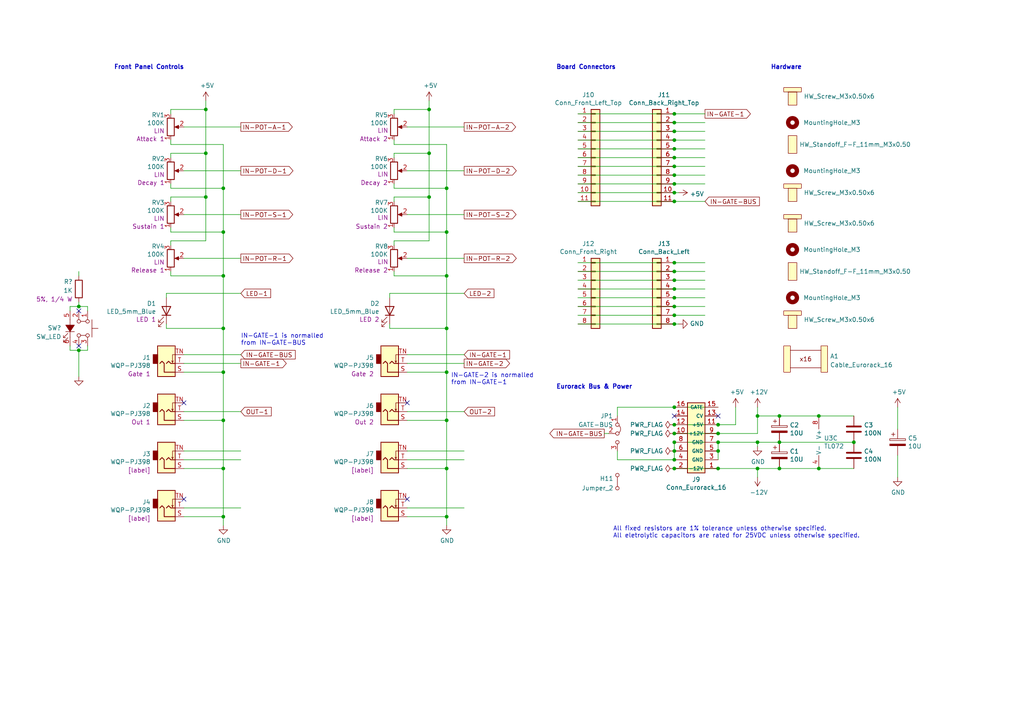
<source format=kicad_sch>
(kicad_sch (version 20211123) (generator eeschema)
  (paper "A4")
  (title_block (title "Front Panel & Power - Eurorack FX Module Prototype") (rev "1.0") (company "Len Popp") (comment 1 "Copyright © 2022 Len Popp CC BY") (comment 2 "Eurorack format prototype FX module - 8HP"))
  (lib_symbols
    (symbol "-lmp-holes:MountingHole_PCB_M3" (pin_names (offset 1.016)) (in_bom no)
      (property "Value" "MountingHole_PCB_M3" (at 0 3.175 0))
    )
    (symbol "-lmp-opamp:TL072" (pin_names (offset 0.127))
      (property "Reference" "U" (at 0 5.08 0))
      (property "Value" "TL072" (at 0 -5.08 0))
      (symbol "TL072_1_1"
        (pin output line (at 7.62 0 180) (length 2.54) (name "~") (number "1"))
        (pin input line (at -7.62 -2.54 0) (length 2.54) (name "-") (number "2"))
        (pin input line (at -7.62 2.54 0) (length 2.54) (name "+") (number "3"))
      )
      (symbol "TL072_2_1"
        (pin input line (at -7.62 2.54 0) (length 2.54) (name "+") (number "5"))
        (pin input line (at -7.62 -2.54 0) (length 2.54) (name "-") (number "6"))
        (pin output line (at 7.62 0 180) (length 2.54) (name "~") (number "7"))
      )
      (symbol "TL072_3_1"
        (pin power_in line (at -2.54 -7.62 90) (length 3.81) (name "V-") (number "4"))
        (pin power_in line (at -2.54 7.62 270) (length 3.81) (name "V+") (number "8"))
      )
    )
    (symbol "-lmp-power:+12V" (power) (pin_names (offset 0))
      (property "Value" "+12V" (at 0 3.556 0))
      (symbol "+12V_1_1"
        (pin power_in line (at 0 0 90) (length 0) hide (name "+12V") (number "1"))
      )
    )
    (symbol "-lmp-power:+5V" (power) (pin_names (offset 0))
      (property "Value" "+5V" (at 0 3.556 0))
      (symbol "+5V_1_1"
        (pin power_in line (at 0 0 90) (length 0) hide (name "+5V") (number "1"))
      )
    )
    (symbol "-lmp-power:-12V" (power) (pin_names (offset 0))
      (property "Value" "-12V" (at 0 -3.556 0))
      (symbol "-12V_1_1"
        (pin power_in line (at 0 0 270) (length 0) hide (name "-12V") (number "1"))
      )
    )
    (symbol "-lmp-power:GND" (power) (pin_names (offset 0))
      (property "Value" "GND" (at 0 -3.81 0))
      (symbol "GND_1_1"
        (pin power_in line (at 0 0 270) (length 0) hide (name "GND") (number "1"))
      )
    )
    (symbol "-lmp-power:PWR_FLAG" (power) (pin_numbers hide) (pin_names (offset 0) hide)
      (property "Value" "PWR_FLAG" (at 0 3.81 0))
      (symbol "PWR_FLAG_0_0"
        (pin power_out line (at 0 0 90) (length 0) (name "pwr") (number "1"))
      )
    )
    (symbol "-lmp-synth:CP_10U" (pin_numbers hide) (pin_names (offset 0.254))
      (property "Reference" "C" (at 0.635 2.54 0))
      (property "Value" "CP_10U" (at 0.635 -2.54 0))
      (symbol "CP_10U_1_1"
        (pin passive line (at 0 3.81 270) (length 2.794) (name "~") (number "1"))
        (pin passive line (at 0 -3.81 90) (length 2.794) (name "~") (number "2"))
      )
    )
    (symbol "-lmp-synth:Cable_Eurorack_16" (on_board no)
      (property "Reference" "A" (at 0 8.255 0))
      (property "Value" "Cable_Eurorack_16" (at 0 5.715 0))
      (symbol "Cable_Eurorack_16_0_0"
        (text "x16" (at 0 0 0) (effects (font (size 1.27 1.27))))
      )
    )
    (symbol "-lmp-synth:Conn_Eurorack_Pwr_16"
      (property "Reference" "J" (at 1.27 10.16 0))
      (property "Value" "Conn_Eurorack_Pwr_16" (at 1.27 -12.7 0))
      (symbol "Conn_Eurorack_Pwr_16_1_1"
        (pin power_in line (at 7.62 -10.16 180) (length 3.81) (name "-12V") (number "1"))
        (pin power_in line (at -5.08 0 0) (length 3.81) (name "~") (number "10"))
        (pin power_in line (at 7.62 2.54 180) (length 3.81) (name "+5V") (number "11"))
        (pin power_in line (at -5.08 2.54 0) (length 3.81) (name "~") (number "12"))
        (pin bidirectional line (at 7.62 5.08 180) (length 3.81) (name "CV") (number "13"))
        (pin bidirectional line (at -5.08 5.08 0) (length 3.81) (name "~") (number "14"))
        (pin bidirectional line (at 7.62 7.62 180) (length 3.81) (name "GATE") (number "15"))
        (pin bidirectional line (at -5.08 7.62 0) (length 3.81) (name "~") (number "16"))
        (pin power_in line (at -5.08 -10.16 0) (length 3.81) (name "~") (number "2"))
        (pin power_in line (at 7.62 -7.62 180) (length 3.81) (name "GND") (number "3"))
        (pin power_in line (at -5.08 -7.62 0) (length 3.81) (name "~") (number "4"))
        (pin power_in line (at 7.62 -5.08 180) (length 3.81) (name "GND") (number "5"))
        (pin power_in line (at -5.08 -5.08 0) (length 3.81) (name "~") (number "6"))
        (pin power_in line (at 7.62 -2.54 180) (length 3.81) (name "GND") (number "7"))
        (pin power_in line (at -5.08 -2.54 0) (length 3.81) (name "~") (number "8"))
        (pin power_in line (at 7.62 0 180) (length 3.81) (name "+12V") (number "9"))
      )
    )
    (symbol "-lmp-synth:HW_Screw_M3x0.50x6" (pin_names (offset 1.016)) (on_board no)
      (property "Value" "HW_Screw_M3x0.50x6" (at 0 -5.08 0))
    )
    (symbol "-lmp-synth:HW_Standoff_F-F_11mm_M3x0.50" (pin_names (offset 1.016)) (on_board no)
      (property "Value" "HW_Standoff_F-F_11mm_M3x0.50" (at 0 -3.81 0))
    )
    (symbol "-lmp-synth:Jack_WQP-PJ398"
      (property "Reference" "J" (at 0 10.033 0))
      (property "Value" "Jack_WQP-PJ398" (at 0 7.62 0))
      (property "Label" "[label]" (at 0 5.207 0))
      (symbol "Jack_WQP-PJ398_1_1"
        (pin passive line (at 5.08 2.54 180) (length 2.54) (name "~") (number "S"))
        (pin passive line (at 5.08 0 180) (length 2.54) (name "~") (number "T"))
        (pin passive line (at 5.08 -2.54 180) (length 2.54) (name "~") (number "TN"))
      )
    )
    (symbol "-lmp-synth:LED_5mm_Blue" (pin_numbers hide) (pin_names (offset 1.016) hide)
      (property "Reference" "D" (at 0 2.54 0))
      (property "Value" "LED_5mm_Blue" (at 0 -3.175 0))
      (property "Label" "[label]" (at 0 -5.08 0))
      (symbol "LED_5mm_Blue_1_1"
        (pin passive line (at -3.81 0 0) (length 2.54) (name "K") (number "1"))
        (pin passive line (at 3.81 0 180) (length 2.54) (name "A") (number "2"))
      )
    )
    (symbol "-lmp-synth:R_1K_Output" (pin_numbers hide) (pin_names (offset 0))
      (property "Reference" "R" (at -2.286 0 90))
      (property "Value" "R_1K_Output" (at 2.413 0 90))
      (property "Value2" "5%, 1/4 W" (at 4.445 0 90))
      (symbol "R_1K_Output_1_1"
        (pin passive line (at 0 3.81 270) (length 1.27) (name "~") (number "1"))
        (pin passive line (at 0 -3.81 90) (length 1.27) (name "~") (number "2"))
      )
    )
    (symbol "-lmp-synth:R_POT_Panel_PCB_Alpha" (pin_names (offset 1.016) hide)
      (property "Reference" "RV" (at -9.144 0 90))
      (property "Value" "R_POT_Panel_PCB_Alpha" (at -7.239 0 90))
      (property "Value2" "[LIN/LOG]" (at -5.207 0 90))
      (property "Label" "[label]" (at -3.175 0 90))
      (symbol "R_POT_Panel_PCB_Alpha_1_1"
        (pin passive line (at 0 3.81 270) (length 1.27) (name "1") (number "1"))
        (pin passive line (at 3.81 0 180) (length 1.27) (name "2") (number "2"))
        (pin passive line (at 0 -3.81 90) (length 1.27) (name "3") (number "3"))
      )
    )
    (symbol "-lmp-synth:SW_Push_LED_C&K_D6R" (pin_names (offset 1.016) hide)
      (property "Reference" "SW" (at 0.635 5.715 0))
      (property "Value" "SW_Push_LED_C&K_D6R" (at -0.0508 -5.9182 0))
      (symbol "SW_Push_LED_C&K_D6R_0_1"
        (pin passive line (at -5.08 2.54 0) (length 2.54) (name "1") (number "1"))
        (pin passive line (at 5.08 2.54 180) (length 2.54) (name "3") (number "3"))
        (pin passive line (at -5.08 -2.54 0) (length 2.54) (name "A") (number "5"))
        (pin passive line (at 5.08 -2.54 180) (length 2.54) (name "K") (number "6"))
      )
      (symbol "SW_Push_LED_C&K_D6R_1_1"
        (pin passive line (at -5.08 0 0) (length 2.54) (name "2") (number "2"))
        (pin passive line (at 5.08 0 180) (length 2.54) (name "4") (number "4"))
      )
    )
    (symbol "-lmp:CC_100N" (pin_numbers hide) (pin_names (offset 0.254))
      (property "Reference" "C" (at 0.635 2.54 0))
      (property "Value" "CC_100N" (at 0.635 -2.54 0))
      (symbol "CC_100N_1_1"
        (pin passive line (at 0 3.81 270) (length 2.794) (name "~") (number "1"))
        (pin passive line (at 0 -3.81 90) (length 2.794) (name "~") (number "2"))
      )
    )
    (symbol "-lmp:Jumper_2" (pin_names (offset 0) hide) (on_board no)
      (property "Reference" "H" (at 0 2.54 0))
      (property "Value" "Jumper_2" (at 0 -2.286 0))
    )
    (symbol "-lmp:Jumper_Pins_3_Bridged12" (pin_names (offset 0) hide)
      (property "Reference" "JP" (at -2.54 -2.54 0))
      (property "Value" "Jumper_Pins_3_Bridged12" (at 0 2.794 0))
      (symbol "Jumper_Pins_3_Bridged12_1_1"
        (pin passive line (at -5.08 0 0) (length 2.032) (name "A") (number "1"))
        (pin input line (at 0 -2.54 90) (length 1.27) (name "C") (number "2"))
        (pin passive line (at 5.08 0 180) (length 2.032) (name "B") (number "3"))
      )
    )
    (symbol "CP_10U_1" (pin_numbers hide) (pin_names (offset 0.254))
      (property "Reference" "C" (at 0.635 2.54 0))
      (property "Value" "CP_10U_1" (at 0.635 -2.54 0))
      (symbol "CP_10U_1_1_1"
        (pin passive line (at 0 3.81 270) (length 2.794) (name "~") (number "1"))
        (pin passive line (at 0 -3.81 90) (length 2.794) (name "~") (number "2"))
      )
    )
    (symbol "CP_10U_2" (pin_numbers hide) (pin_names (offset 0.254))
      (property "Reference" "C" (at 0.635 2.54 0))
      (property "Value" "CP_10U_2" (at 0.635 -2.54 0))
      (symbol "CP_10U_2_1_1"
        (pin passive line (at 0 3.81 270) (length 2.794) (name "~") (number "1"))
        (pin passive line (at 0 -3.81 90) (length 2.794) (name "~") (number "2"))
      )
    )
    (symbol "Connector_Generic:Conn_01x08" (pin_names (offset 1.016) hide)
      (property "Reference" "J" (at 0 10.16 0))
      (property "Value" "Conn_01x08" (at 0 -12.7 0))
      (symbol "Conn_01x08_1_1"
        (pin passive line (at -5.08 7.62 0) (length 3.81) (name "Pin_1") (number "1"))
        (pin passive line (at -5.08 5.08 0) (length 3.81) (name "Pin_2") (number "2"))
        (pin passive line (at -5.08 2.54 0) (length 3.81) (name "Pin_3") (number "3"))
        (pin passive line (at -5.08 0 0) (length 3.81) (name "Pin_4") (number "4"))
        (pin passive line (at -5.08 -2.54 0) (length 3.81) (name "Pin_5") (number "5"))
        (pin passive line (at -5.08 -5.08 0) (length 3.81) (name "Pin_6") (number "6"))
        (pin passive line (at -5.08 -7.62 0) (length 3.81) (name "Pin_7") (number "7"))
        (pin passive line (at -5.08 -10.16 0) (length 3.81) (name "Pin_8") (number "8"))
      )
    )
    (symbol "Connector_Generic:Conn_01x11" (pin_names (offset 1.016) hide)
      (property "Reference" "J" (at 0 15.24 0))
      (property "Value" "Conn_01x11" (at 0 -15.24 0))
      (symbol "Conn_01x11_1_1"
        (pin passive line (at -5.08 12.7 0) (length 3.81) (name "Pin_1") (number "1"))
        (pin passive line (at -5.08 -10.16 0) (length 3.81) (name "Pin_10") (number "10"))
        (pin passive line (at -5.08 -12.7 0) (length 3.81) (name "Pin_11") (number "11"))
        (pin passive line (at -5.08 10.16 0) (length 3.81) (name "Pin_2") (number "2"))
        (pin passive line (at -5.08 7.62 0) (length 3.81) (name "Pin_3") (number "3"))
        (pin passive line (at -5.08 5.08 0) (length 3.81) (name "Pin_4") (number "4"))
        (pin passive line (at -5.08 2.54 0) (length 3.81) (name "Pin_5") (number "5"))
        (pin passive line (at -5.08 0 0) (length 3.81) (name "Pin_6") (number "6"))
        (pin passive line (at -5.08 -2.54 0) (length 3.81) (name "Pin_7") (number "7"))
        (pin passive line (at -5.08 -5.08 0) (length 3.81) (name "Pin_8") (number "8"))
        (pin passive line (at -5.08 -7.62 0) (length 3.81) (name "Pin_9") (number "9"))
      )
    )
  )
  (junction (at 195.58 50.8))
  (junction (at 195.58 33.02))
  (junction (at 124.46 57.15))
  (junction (at 195.58 76.2))
  (junction (at 64.77 121.92))
  (junction (at 22.86 101.6))
  (junction (at 226.06 120.65))
  (junction (at 124.46 44.45))
  (junction (at 59.69 57.15))
  (junction (at 64.77 80.01))
  (junction (at 129.54 107.95))
  (junction (at 195.58 53.34))
  (junction (at 195.58 55.88))
  (junction (at 195.58 130.81))
  (junction (at 208.28 130.81))
  (junction (at 208.28 125.73))
  (junction (at 64.77 135.89))
  (junction (at 129.54 54.61))
  (junction (at 237.49 135.89))
  (junction (at 208.28 128.27))
  (junction (at 64.77 107.95))
  (junction (at 59.69 31.75))
  (junction (at 195.58 58.42))
  (junction (at 195.58 86.36))
  (junction (at 195.58 128.27))
  (junction (at 59.69 44.45))
  (junction (at 226.06 135.89))
  (junction (at 195.58 35.56))
  (junction (at 195.58 135.89))
  (junction (at 129.54 80.01))
  (junction (at 219.71 128.27))
  (junction (at 237.49 120.65))
  (junction (at 64.77 67.31))
  (junction (at 64.77 95.25))
  (junction (at 195.58 43.18))
  (junction (at 22.86 88.9))
  (junction (at 208.28 135.89))
  (junction (at 195.58 125.73))
  (junction (at 195.58 133.35))
  (junction (at 247.65 128.27))
  (junction (at 195.58 40.64))
  (junction (at 129.54 135.89))
  (junction (at 195.58 88.9))
  (junction (at 195.58 83.82))
  (junction (at 129.54 95.25))
  (junction (at 219.71 120.65))
  (junction (at 219.71 135.89))
  (junction (at 195.58 81.28))
  (junction (at 129.54 121.92))
  (junction (at 195.58 123.19))
  (junction (at 64.77 54.61))
  (junction (at 226.06 128.27))
  (junction (at 129.54 149.86))
  (junction (at 124.46 31.75))
  (junction (at 195.58 91.44))
  (junction (at 195.58 45.72))
  (junction (at 208.28 123.19))
  (junction (at 129.54 67.31))
  (junction (at 195.58 118.11))
  (junction (at 195.58 78.74))
  (junction (at 195.58 93.98))
  (junction (at 195.58 38.1))
  (junction (at 195.58 48.26))
  (junction (at 64.77 149.86))
  (no_connect (at 53.34 144.78))
  (no_connect (at 53.34 116.84))
  (no_connect (at 22.86 100.33))
  (no_connect (at 118.11 116.84))
  (no_connect (at 118.11 144.78))
  (no_connect (at 208.28 120.65))
  (no_connect (at 195.58 120.65))
  (no_connect (at 22.86 90.17))
  (wire (pts (xy 118.11 119.38) (xy 134.62 119.38)))
  (wire (pts (xy 219.71 135.89) (xy 226.06 135.89)))
  (wire (pts (xy 195.58 53.34) (xy 204.47 53.34)))
  (wire (pts (xy 49.53 40.64) (xy 49.53 41.91)))
  (wire (pts (xy 226.06 135.89) (xy 237.49 135.89)))
  (wire (pts (xy 195.58 83.82) (xy 204.47 83.82)))
  (wire (pts (xy 118.11 36.83) (xy 134.62 36.83)))
  (wire (pts (xy 114.3 57.15) (xy 124.46 57.15)))
  (wire (pts (xy 49.53 57.15) (xy 49.53 58.42)))
  (wire (pts (xy 48.26 93.98) (xy 48.26 95.25)))
  (wire (pts (xy 53.34 135.89) (xy 64.77 135.89)))
  (wire (pts (xy 195.58 81.28) (xy 204.47 81.28)))
  (wire (pts (xy 22.86 88.9) (xy 20.32 88.9)))
  (wire (pts (xy 219.71 128.27) (xy 219.71 129.54)))
  (wire (pts (xy 49.53 53.34) (xy 49.53 54.61)))
  (wire (pts (xy 124.46 31.75) (xy 124.46 44.45)))
  (wire (pts (xy 219.71 128.27) (xy 208.28 128.27)))
  (wire (pts (xy 59.69 44.45) (xy 59.69 57.15)))
  (wire (pts (xy 195.58 91.44) (xy 204.47 91.44)))
  (wire (pts (xy 167.64 43.18) (xy 195.58 43.18)))
  (wire (pts (xy 195.58 38.1) (xy 204.47 38.1)))
  (wire (pts (xy 114.3 44.45) (xy 124.46 44.45)))
  (wire (pts (xy 59.69 57.15) (xy 59.69 69.85)))
  (wire (pts (xy 208.28 133.35) (xy 208.28 130.81)))
  (wire (pts (xy 64.77 121.92) (xy 64.77 135.89)))
  (wire (pts (xy 49.53 31.75) (xy 59.69 31.75)))
  (wire (pts (xy 49.53 69.85) (xy 49.53 71.12)))
  (wire (pts (xy 118.11 74.93) (xy 134.62 74.93)))
  (wire (pts (xy 64.77 80.01) (xy 64.77 95.25)))
  (wire (pts (xy 49.53 41.91) (xy 64.77 41.91)))
  (wire (pts (xy 195.58 130.81) (xy 195.58 128.27)))
  (wire (pts (xy 167.64 53.34) (xy 195.58 53.34)))
  (wire (pts (xy 113.03 95.25) (xy 129.54 95.25)))
  (wire (pts (xy 226.06 128.27) (xy 247.65 128.27)))
  (wire (pts (xy 179.07 118.11) (xy 195.58 118.11)))
  (wire (pts (xy 53.34 74.93) (xy 69.85 74.93)))
  (wire (pts (xy 49.53 80.01) (xy 64.77 80.01)))
  (wire (pts (xy 195.58 45.72) (xy 204.47 45.72)))
  (wire (pts (xy 114.3 80.01) (xy 114.3 78.74)))
  (wire (pts (xy 118.11 102.87) (xy 134.62 102.87)))
  (wire (pts (xy 167.64 83.82) (xy 195.58 83.82)))
  (wire (pts (xy 113.03 85.09) (xy 134.62 85.09)))
  (wire (pts (xy 64.77 54.61) (xy 64.77 67.31)))
  (wire (pts (xy 64.77 67.31) (xy 64.77 80.01)))
  (wire (pts (xy 118.11 135.89) (xy 129.54 135.89)))
  (wire (pts (xy 195.58 43.18) (xy 204.47 43.18)))
  (wire (pts (xy 167.64 48.26) (xy 195.58 48.26)))
  (wire (pts (xy 53.34 36.83) (xy 69.85 36.83)))
  (wire (pts (xy 219.71 120.65) (xy 226.06 120.65)))
  (wire (pts (xy 167.64 88.9) (xy 195.58 88.9)))
  (wire (pts (xy 118.11 49.53) (xy 134.62 49.53)))
  (wire (pts (xy 59.69 69.85) (xy 49.53 69.85)))
  (wire (pts (xy 167.64 50.8) (xy 195.58 50.8)))
  (wire (pts (xy 49.53 45.72) (xy 49.53 44.45)))
  (wire (pts (xy 59.69 29.21) (xy 59.69 31.75)))
  (wire (pts (xy 208.28 128.27) (xy 208.28 130.81)))
  (wire (pts (xy 114.3 31.75) (xy 124.46 31.75)))
  (wire (pts (xy 49.53 80.01) (xy 49.53 78.74)))
  (wire (pts (xy 260.35 118.11) (xy 260.35 124.46)))
  (wire (pts (xy 167.64 76.2) (xy 195.58 76.2)))
  (wire (pts (xy 129.54 95.25) (xy 129.54 107.95)))
  (wire (pts (xy 167.64 81.28) (xy 195.58 81.28)))
  (wire (pts (xy 53.34 107.95) (xy 64.77 107.95)))
  (wire (pts (xy 20.32 100.33) (xy 20.32 101.6)))
  (wire (pts (xy 114.3 58.42) (xy 114.3 57.15)))
  (wire (pts (xy 114.3 54.61) (xy 129.54 54.61)))
  (wire (pts (xy 129.54 67.31) (xy 129.54 80.01)))
  (wire (pts (xy 195.58 48.26) (xy 204.47 48.26)))
  (wire (pts (xy 195.58 135.89) (xy 208.28 135.89)))
  (wire (pts (xy 118.11 107.95) (xy 129.54 107.95)))
  (wire (pts (xy 22.86 87.63) (xy 22.86 88.9)))
  (wire (pts (xy 53.34 49.53) (xy 69.85 49.53)))
  (wire (pts (xy 114.3 45.72) (xy 114.3 44.45)))
  (wire (pts (xy 114.3 40.64) (xy 114.3 41.91)))
  (wire (pts (xy 167.64 40.64) (xy 195.58 40.64)))
  (wire (pts (xy 129.54 121.92) (xy 129.54 135.89)))
  (wire (pts (xy 53.34 62.23) (xy 69.85 62.23)))
  (wire (pts (xy 64.77 135.89) (xy 64.77 149.86)))
  (wire (pts (xy 53.34 105.41) (xy 69.85 105.41)))
  (wire (pts (xy 114.3 66.04) (xy 114.3 67.31)))
  (wire (pts (xy 195.58 35.56) (xy 204.47 35.56)))
  (wire (pts (xy 195.58 50.8) (xy 204.47 50.8)))
  (wire (pts (xy 124.46 31.75) (xy 124.46 29.21)))
  (wire (pts (xy 53.34 149.86) (xy 64.77 149.86)))
  (wire (pts (xy 179.07 118.11) (xy 179.07 120.65)))
  (wire (pts (xy 118.11 149.86) (xy 129.54 149.86)))
  (wire (pts (xy 22.86 101.6) (xy 22.86 109.22)))
  (wire (pts (xy 118.11 130.81) (xy 134.62 130.81)))
  (wire (pts (xy 20.32 101.6) (xy 22.86 101.6)))
  (wire (pts (xy 59.69 31.75) (xy 59.69 44.45)))
  (wire (pts (xy 167.64 45.72) (xy 195.58 45.72)))
  (wire (pts (xy 53.34 121.92) (xy 64.77 121.92)))
  (wire (pts (xy 167.64 35.56) (xy 195.58 35.56)))
  (wire (pts (xy 195.58 78.74) (xy 204.47 78.74)))
  (wire (pts (xy 195.58 40.64) (xy 204.47 40.64)))
  (wire (pts (xy 49.53 67.31) (xy 64.77 67.31)))
  (wire (pts (xy 25.4 88.9) (xy 22.86 88.9)))
  (wire (pts (xy 195.58 128.27) (xy 208.28 128.27)))
  (wire (pts (xy 20.32 88.9) (xy 20.32 90.17)))
  (wire (pts (xy 53.34 147.32) (xy 69.85 147.32)))
  (wire (pts (xy 175.26 125.73) (xy 176.53 125.73)))
  (wire (pts (xy 129.54 149.86) (xy 129.54 152.4)))
  (wire (pts (xy 114.3 53.34) (xy 114.3 54.61)))
  (wire (pts (xy 179.07 133.35) (xy 179.07 130.81)))
  (wire (pts (xy 53.34 119.38) (xy 69.85 119.38)))
  (wire (pts (xy 167.64 93.98) (xy 195.58 93.98)))
  (wire (pts (xy 219.71 138.43) (xy 219.71 135.89)))
  (wire (pts (xy 25.4 90.17) (xy 25.4 88.9)))
  (wire (pts (xy 195.58 76.2) (xy 204.47 76.2)))
  (wire (pts (xy 195.58 118.11) (xy 208.28 118.11)))
  (wire (pts (xy 114.3 33.02) (xy 114.3 31.75)))
  (wire (pts (xy 196.85 93.98) (xy 195.58 93.98)))
  (wire (pts (xy 118.11 133.35) (xy 134.62 133.35)))
  (wire (pts (xy 167.64 58.42) (xy 195.58 58.42)))
  (wire (pts (xy 179.07 133.35) (xy 195.58 133.35)))
  (wire (pts (xy 195.58 133.35) (xy 195.58 130.81)))
  (wire (pts (xy 167.64 33.02) (xy 195.58 33.02)))
  (wire (pts (xy 64.77 41.91) (xy 64.77 54.61)))
  (wire (pts (xy 49.53 67.31) (xy 49.53 66.04)))
  (wire (pts (xy 64.77 149.86) (xy 64.77 152.4)))
  (wire (pts (xy 129.54 41.91) (xy 129.54 54.61)))
  (wire (pts (xy 237.49 135.89) (xy 247.65 135.89)))
  (wire (pts (xy 49.53 33.02) (xy 49.53 31.75)))
  (wire (pts (xy 59.69 57.15) (xy 49.53 57.15)))
  (wire (pts (xy 226.06 120.65) (xy 237.49 120.65)))
  (wire (pts (xy 114.3 80.01) (xy 129.54 80.01)))
  (wire (pts (xy 167.64 55.88) (xy 195.58 55.88)))
  (wire (pts (xy 113.03 86.36) (xy 113.03 85.09)))
  (wire (pts (xy 167.64 38.1) (xy 195.58 38.1)))
  (wire (pts (xy 208.28 125.73) (xy 195.58 125.73)))
  (wire (pts (xy 167.64 86.36) (xy 195.58 86.36)))
  (wire (pts (xy 114.3 41.91) (xy 129.54 41.91)))
  (wire (pts (xy 49.53 44.45) (xy 59.69 44.45)))
  (wire (pts (xy 53.34 102.87) (xy 69.85 102.87)))
  (wire (pts (xy 53.34 130.81) (xy 69.85 130.81)))
  (wire (pts (xy 129.54 107.95) (xy 129.54 121.92)))
  (wire (pts (xy 195.58 55.88) (xy 196.85 55.88)))
  (wire (pts (xy 237.49 120.65) (xy 247.65 120.65)))
  (wire (pts (xy 48.26 95.25) (xy 64.77 95.25)))
  (wire (pts (xy 118.11 121.92) (xy 129.54 121.92)))
  (wire (pts (xy 124.46 44.45) (xy 124.46 57.15)))
  (wire (pts (xy 213.36 123.19) (xy 208.28 123.19)))
  (wire (pts (xy 22.86 78.74) (xy 22.86 80.01)))
  (wire (pts (xy 129.54 80.01) (xy 129.54 95.25)))
  (wire (pts (xy 195.58 88.9) (xy 204.47 88.9)))
  (wire (pts (xy 118.11 62.23) (xy 134.62 62.23)))
  (wire (pts (xy 113.03 93.98) (xy 113.03 95.25)))
  (wire (pts (xy 219.71 125.73) (xy 208.28 125.73)))
  (wire (pts (xy 204.47 86.36) (xy 195.58 86.36)))
  (wire (pts (xy 25.4 101.6) (xy 25.4 100.33)))
  (wire (pts (xy 213.36 118.11) (xy 213.36 123.19)))
  (wire (pts (xy 124.46 57.15) (xy 124.46 69.85)))
  (wire (pts (xy 22.86 101.6) (xy 25.4 101.6)))
  (wire (pts (xy 114.3 67.31) (xy 129.54 67.31)))
  (wire (pts (xy 114.3 71.12) (xy 114.3 69.85)))
  (wire (pts (xy 49.53 54.61) (xy 64.77 54.61)))
  (wire (pts (xy 260.35 132.08) (xy 260.35 138.43)))
  (wire (pts (xy 167.64 91.44) (xy 195.58 91.44)))
  (wire (pts (xy 129.54 135.89) (xy 129.54 149.86)))
  (wire (pts (xy 219.71 120.65) (xy 219.71 125.73)))
  (wire (pts (xy 195.58 123.19) (xy 208.28 123.19)))
  (wire (pts (xy 53.34 133.35) (xy 69.85 133.35)))
  (wire (pts (xy 48.26 85.09) (xy 69.85 85.09)))
  (wire (pts (xy 64.77 107.95) (xy 64.77 121.92)))
  (wire (pts (xy 118.11 147.32) (xy 134.62 147.32)))
  (wire (pts (xy 219.71 135.89) (xy 208.28 135.89)))
  (wire (pts (xy 48.26 86.36) (xy 48.26 85.09)))
  (wire (pts (xy 195.58 58.42) (xy 204.47 58.42)))
  (wire (pts (xy 129.54 54.61) (xy 129.54 67.31)))
  (wire (pts (xy 118.11 105.41) (xy 134.62 105.41)))
  (wire (pts (xy 64.77 95.25) (xy 64.77 107.95)))
  (wire (pts (xy 114.3 69.85) (xy 124.46 69.85)))
  (wire (pts (xy 219.71 120.65) (xy 219.71 118.11)))
  (wire (pts (xy 167.64 78.74) (xy 195.58 78.74)))
  (wire (pts (xy 219.71 128.27) (xy 226.06 128.27)))
  (wire (pts (xy 195.58 33.02) (xy 204.47 33.02)))
  (text "Hardware" (at 223.52 20.32 0) (effects (font (size 1.27 1.27) (thickness 0.254) bold) (justify left bottom)))
  (text "All fixed resistors are 1% tolerance unless otherwise specified.\nAll eletrolytic capacitors are rated for 25VDC unless otherwise specified." (at 177.8 156.21 0) (effects (font (size 1.27 1.27)) (justify left bottom)))
  (text "Front Panel Controls" (at 33.02 20.32 0) (effects (font (size 1.27 1.27) (thickness 0.254) bold) (justify left bottom)))
  (text "Board Connectors" (at 161.29 20.32 0) (effects (font (size 1.27 1.27) (thickness 0.254) bold) (justify left bottom)))
  (text "IN-GATE-2 is normalled \nfrom IN-GATE-1" (at 130.81 111.76 0) (effects (font (size 1.27 1.27)) (justify left bottom)))
  (text "IN-GATE-1 is normalled \nfrom IN-GATE-BUS" (at 69.85 100.33 0) (effects (font (size 1.27 1.27)) (justify left bottom)))
  (text "Eurorack Bus & Power" (at 161.29 113.03 0) (effects (font (size 1.27 1.27) (thickness 0.254) bold) (justify left bottom)))
  (global_label "IN-GATE-2" (shape output) (at 134.62 105.41 0) (property "Intersheet References" "${INTERSHEET_REFS}" (effects hide)))
  (global_label "IN-POT-A-1" (shape output) (at 69.85 36.83 0) (property "Intersheet References" "${INTERSHEET_REFS}" (effects hide)))
  (global_label "IN-POT-D-1" (shape output) (at 69.85 49.53 0) (property "Intersheet References" "${INTERSHEET_REFS}" (effects hide)))
  (global_label "IN-GATE-1" (shape output) (at 204.47 33.02 0) (property "Intersheet References" "${INTERSHEET_REFS}" (effects hide)))
  (global_label "IN-POT-S-1" (shape output) (at 69.85 62.23 0) (property "Intersheet References" "${INTERSHEET_REFS}" (effects hide)))
  (global_label "IN-POT-A-2" (shape output) (at 134.62 36.83 0) (property "Intersheet References" "${INTERSHEET_REFS}" (effects hide)))
  (global_label "IN-GATE-1" (shape output) (at 69.85 105.41 0) (property "Intersheet References" "${INTERSHEET_REFS}" (effects hide)))
  (global_label "IN-GATE-BUS" (shape input) (at 204.47 58.42 0) (property "Intersheet References" "${INTERSHEET_REFS}" (effects hide)))
  (global_label "IN-POT-R-1" (shape output) (at 69.85 74.93 0) (property "Intersheet References" "${INTERSHEET_REFS}" (effects hide)))
  (global_label "IN-POT-D-2" (shape output) (at 134.62 49.53 0) (property "Intersheet References" "${INTERSHEET_REFS}" (effects hide)))
  (global_label "IN-POT-R-2" (shape output) (at 134.62 74.93 0) (property "Intersheet References" "${INTERSHEET_REFS}" (effects hide)))
  (global_label "IN-POT-S-2" (shape output) (at 134.62 62.23 0) (property "Intersheet References" "${INTERSHEET_REFS}" (effects hide)))
  (global_label "OUT-2" (shape input) (at 134.62 119.38 0) (property "Intersheet References" "${INTERSHEET_REFS}" (effects hide)))
  (global_label "IN-GATE-BUS" (shape output) (at 175.26 125.73 180) (property "Intersheet References" "${INTERSHEET_REFS}" (effects hide)))
  (global_label "IN-GATE-BUS" (shape input) (at 69.85 102.87 0) (property "Intersheet References" "${INTERSHEET_REFS}" (effects hide)))
  (global_label "IN-GATE-1" (shape input) (at 134.62 102.87 0) (property "Intersheet References" "${INTERSHEET_REFS}" (effects hide)))
  (global_label "LED-1" (shape input) (at 69.85 85.09 0) (property "Intersheet References" "${INTERSHEET_REFS}" (effects hide)))
  (global_label "OUT-1" (shape input) (at 69.85 119.38 0) (property "Intersheet References" "${INTERSHEET_REFS}" (effects hide)))
  (global_label "LED-2" (shape input) (at 134.62 85.09 0) (property "Intersheet References" "${INTERSHEET_REFS}" (effects hide)))
  (symbol (lib_id "Connector_Generic:Conn_01x11") (at 172.72 45.72 0) (unit 1)
    (property "Reference" "J10" (at 170.6372 27.5082 0))
    (property "Value" "Conn_Front_Left_Top" (at 170.6372 29.8196 0))
    (property "Footprint" "Connector_PinSocket_2.54mm:PinSocket_1x11_P2.54mm_Vertical" (effects hide))
    (property "Datasheet" "https://cdn-shop.adafruit.com/datasheets/00548.pdf" (effects hide))
    (property "Distributor" "Adafruit" (effects hide))
    (property "Distributor2" "Mouser" (effects hide))
    (property "DistributorPartLink" "https://www.adafruit.com/product/598" (effects hide))
    (property "DistributorPartLink2" "https://www.mouser.ca/ProductDetail/Wurth-Elektronik/61303211821?qs=ZtY9WdtwX55M%2FH%2FSrHZ9xA%3D%3D" (effects hide))
    (property "DistributorPartNum" "598" (effects hide))
    (property "DistributorPartNum2" "710-61303211821" (effects hide))
  )
  (symbol (lib_id "-lmp-opamp:TL072") (at 240.03 128.27 0) (unit 3)
    (property "Reference" "U3" (at 238.9632 127.1016 0) (effects (justify left)))
    (property "Value" "TL072" (at 238.9632 129.413 0) (effects (justify left)))
    (property "Footprint" "-lmp-misc:DIP-8_W7.62mm_LongPads" (effects hide))
    (property "Datasheet" "https://www.ti.com/lit/ds/symlink/tl072b.pdf?ts=1628812694194" (effects hide))
    (property "Manufacturer" "Texas Instruments" (effects hide))
    (property "ManufacturerPartNum" "TL072BCP" (effects hide))
    (property "Distributor" "Mouser" (effects hide))
    (property "DistributorPartNum" "595-TL072BCP" (effects hide))
    (property "DistributorPartLink" "https://www.mouser.ca/ProductDetail/Texas-Instruments/TL072BCP?qs=p6YqzpSxLIxmo8AyZLsP4g%3D%3D" (effects hide))
  )
  (symbol (lib_id "Connector_Generic:Conn_01x11") (at 190.5 45.72 0) (mirror y) (unit 1)
    (property "Reference" "J11" (at 192.5828 27.5082 0))
    (property "Value" "Conn_Back_Right_Top" (at 192.5828 29.8196 0))
    (property "Footprint" "Connector_PinHeader_2.54mm:PinHeader_1x11_P2.54mm_Vertical" (effects hide))
    (property "Datasheet" "https://www.amphenol-icc.com/media/wysiwyg/files/documentation/datasheet/boardwiretoboard/bwb_econostik_254headers.pdf" (effects hide))
    (property "Distributor" "Adafruit" (effects hide))
    (property "Distributor2" "Mouser" (effects hide))
    (property "DistributorPartLink" "https://www.adafruit.com/product/392" (effects hide))
    (property "DistributorPartLink2" "https://www.mouser.ca/ProductDetail/649-1012937893601BLF" (effects hide))
    (property "DistributorPartNum" "392" (effects hide))
    (property "DistributorPartNum2" "649-1012937893601BLF" (effects hide))
  )
  (symbol (lib_id "Connector_Generic:Conn_01x08") (at 172.72 83.82 0) (unit 1)
    (property "Reference" "J12" (at 170.6372 70.6882 0))
    (property "Value" "Conn_Front_Right" (at 170.6372 72.9996 0))
    (property "Footprint" "Connector_PinSocket_2.54mm:PinSocket_1x08_P2.54mm_Vertical" (effects hide))
    (property "Datasheet" "https://cdn-shop.adafruit.com/datasheets/00548.pdf" (effects hide))
    (property "Distributor" "Adafruit" (effects hide))
    (property "Distributor2" "Mouser" (effects hide))
    (property "DistributorPartLink" "https://www.adafruit.com/product/598" (effects hide))
    (property "DistributorPartLink2" "https://www.mouser.ca/ProductDetail/Wurth-Elektronik/61303211821?qs=ZtY9WdtwX55M%2FH%2FSrHZ9xA%3D%3D" (effects hide))
    (property "DistributorPartNum" "598" (effects hide))
    (property "DistributorPartNum2" "710-61303211821" (effects hide))
  )
  (symbol (lib_id "Connector_Generic:Conn_01x08") (at 190.5 83.82 0) (mirror y) (unit 1)
    (property "Reference" "J13" (at 192.5828 70.6882 0))
    (property "Value" "Conn_Back_Left" (at 192.5828 72.9996 0))
    (property "Footprint" "Connector_PinHeader_2.54mm:PinHeader_1x08_P2.54mm_Vertical" (effects hide))
    (property "Datasheet" "https://www.amphenol-icc.com/media/wysiwyg/files/documentation/datasheet/boardwiretoboard/bwb_econostik_254headers.pdf" (effects hide))
    (property "Distributor" "Adafruit" (effects hide))
    (property "Distributor2" "Mouser" (effects hide))
    (property "DistributorPartLink" "https://www.adafruit.com/product/392" (effects hide))
    (property "DistributorPartLink2" "https://www.mouser.ca/ProductDetail/649-1012937893601BLF" (effects hide))
    (property "DistributorPartNum" "392" (effects hide))
    (property "DistributorPartNum2" "649-1012937893601BLF" (effects hide))
  )
  (symbol (lib_id "-lmp-synth:Conn_Eurorack_Pwr_16") (at 200.66 125.73 0) (unit 1)
    (property "Reference" "J9" (at 201.93 139.065 0))
    (property "Value" "Conn_Eurorack_16" (at 201.93 141.3764 0))
    (property "Footprint" "-lmp-synth:IDC-Header-Eurorack-16-TH" (effects hide))
    (property "Datasheet" "https://www.mouser.ca/datasheet/2/445/61201621621-1717735.pdf" (effects hide))
    (property "Manufacturer" "Wurth Elektronik" (effects hide))
    (property "ManufacturerPartNum" "61201621621" (effects hide))
    (property "Distributor" "Mouser" (effects hide))
    (property "DistributorPartNum" "710-61201621621" (effects hide))
    (property "DistributorPartLink" "https://www.mouser.ca/ProductDetail/Wurth-Elektronik/61201621621?qs=ZtY9WdtwX55qFf4n3EFuaA%3D%3D" (effects hide))
  )
  (symbol (lib_id "-lmp-power:PWR_FLAG") (at 195.58 125.73 90) (unit 1)
    (property "Reference" "#FLG0110" (effects hide))
    (property "Value" "PWR_FLAG" (at 192.3542 125.73 90) (effects (justify left)))
  )
  (symbol (lib_id "-lmp-power:PWR_FLAG") (at 195.58 130.81 90) (unit 1)
    (property "Reference" "#FLG0109" (effects hide))
    (property "Value" "PWR_FLAG" (at 192.3542 130.81 90) (effects (justify left)))
  )
  (symbol (lib_id "-lmp-power:PWR_FLAG") (at 195.58 135.89 90) (unit 1)
    (property "Reference" "#FLG0108" (effects hide))
    (property "Value" "PWR_FLAG" (at 192.3542 135.89 90) (effects (justify left)))
  )
  (symbol (lib_name "CP_10U_2") (lib_id "-lmp-synth:CP_10U") (at 226.06 124.46 0) (unit 1)
    (property "Reference" "C2" (at 229.0572 123.2916 0) (effects (justify left)))
    (property "Value" "10U" (at 229.0572 125.603 0) (effects (justify left)))
    (property "Footprint" "-lmp-misc:CP_Radial_D5.0mm_P2.50mm" (effects hide))
    (property "Datasheet" "https://www.mouser.ca/datasheet/2/315/ABA0000C1059-947582.pdf" (effects hide))
    (property "Manufacturer" "Panasonic" (effects hide))
    (property "ManufacturerPartNum" "ECE-A1VKS100I" (effects hide))
    (property "Distributor" "Mouser" (effects hide))
    (property "DistributorPartNum" "667-ECE-A1VKS100I" (effects hide))
    (property "DistributorPartLink" "https://www.mouser.ca/ProductDetail/667-ECE-A1VKS100I" (effects hide))
    (property "Value2" "35 VDC" (effects hide))
    (property "Note" "12 V decoupling" (effects hide))
    (property "Distributor2" "Thonk" (effects hide))
    (property "DistributorPartNum2" "Group_Eurorack_DIY_Essential" (effects hide))
    (property "DistributorPartLink2" "https://www.thonk.co.uk/shop/eurorack-diy-essentials/" (effects hide))
  )
  (symbol (lib_name "CP_10U_1") (lib_id "-lmp-synth:CP_10U") (at 226.06 132.08 0) (unit 1)
    (property "Reference" "C1" (at 229.0572 130.9116 0) (effects (justify left)))
    (property "Value" "10U" (at 229.0572 133.223 0) (effects (justify left)))
    (property "Footprint" "-lmp-misc:CP_Radial_D5.0mm_P2.50mm" (effects hide))
    (property "Datasheet" "https://www.mouser.ca/datasheet/2/315/ABA0000C1059-947582.pdf" (effects hide))
    (property "Manufacturer" "Panasonic" (effects hide))
    (property "ManufacturerPartNum" "ECE-A1VKS100I" (effects hide))
    (property "Distributor" "Mouser" (effects hide))
    (property "DistributorPartNum" "667-ECE-A1VKS100I" (effects hide))
    (property "DistributorPartLink" "https://www.mouser.ca/ProductDetail/667-ECE-A1VKS100I" (effects hide))
    (property "Value2" "35 VDC" (effects hide))
    (property "Note" "12 V decoupling" (effects hide))
    (property "Distributor2" "Thonk" (effects hide))
    (property "DistributorPartNum2" "Group_Eurorack_DIY_Essential" (effects hide))
    (property "DistributorPartLink2" "https://www.thonk.co.uk/shop/eurorack-diy-essentials/" (effects hide))
  )
  (symbol (lib_id "-lmp-power:GND") (at 219.71 129.54 0) (unit 1)
    (property "Reference" "#PWR0120" (effects hide))
    (property "Value" "GND" (at 219.837 133.9342 0))
  )
  (symbol (lib_id "-lmp-power:+12V") (at 219.71 118.11 0) (unit 1)
    (property "Reference" "#PWR0119" (effects hide))
    (property "Value" "+12V" (at 220.091 113.7158 0))
  )
  (symbol (lib_id "-lmp-power:-12V") (at 219.71 138.43 0) (unit 1)
    (property "Reference" "#PWR0121" (effects hide))
    (property "Value" "-12V" (at 220.091 142.8242 0))
  )
  (symbol (lib_id "-lmp-power:+5V") (at 260.35 118.11 0) (unit 1)
    (property "Reference" "#PWR0117" (effects hide))
    (property "Value" "+5V" (at 260.731 113.7158 0))
  )
  (symbol (lib_id "-lmp-synth:R_POT_Panel_PCB_Alpha") (at 49.53 62.23 0) (mirror x) (unit 1)
    (property "Reference" "RV3" (at 47.752 58.7502 0) (effects (justify right)))
    (property "Value" "100K" (at 47.752 61.0616 0) (effects (justify right)))
    (property "Footprint" "-lmp-synth:Potentiometer_Alpha_RD901F-40-00D_Single_Vertical" (effects hide))
    (property "Datasheet" "https://www.mouser.ca/datasheet/2/13/alpha_taiwan_08192019_RD901F-40-15R1-B(resistance_-1627810.pdf" (effects hide))
    (property "Value2" "LIN" (at 47.752 63.373 0) (effects (justify right)))
    (property "Label" "Sustain 1" (at 47.752 65.6844 0) (effects (justify right)))
    (property "Manufacturer" "Alpha" (effects hide))
    (property "ManufacturerPartNum" "RD901F-*" (effects hide))
    (property "Distributor" "Thonk" (effects hide))
    (property "DistributorPartNum" "Group_Pot_Alpha_6.35mm" (effects hide))
    (property "DistributorPartLink" "https://www.thonk.co.uk/shop/alpha-9mm-pots/" (effects hide))
    (property "Distributor2" "Mouser" (effects hide))
    (property "Distributor3" "SynthCube" (effects hide))
    (property "DistributorPartLink2" "https://www.mouser.ca/c/passive-components/potentiometers-trimmers-rheostats/potentiometers/?q=RD901F&orientation=Vertical" (effects hide))
    (property "DistributorPartLink3" "https://synthcube.com/cart/alpha-9mm-potentiometer-right-angle-pcb-mount-6-35mm-round-shaft" (effects hide))
    (property "DistributorPartNum2" "311-1940F-*" (effects hide))
    (property "DistributorPartNum3" "9MMALPHAPOTMSTR" (effects hide))
  )
  (symbol (lib_id "-lmp-synth:Jack_WQP-PJ398") (at 48.26 105.41 0) (mirror x) (unit 1)
    (property "Reference" "J1" (at 43.688 103.7082 0) (effects (justify right)))
    (property "Value" "WQP-PJ398" (at 43.688 106.0196 0) (effects (justify right)))
    (property "Footprint" "-lmp-synth:Jack_3.5mm_QingPu_WQP-PJ398SM_Vertical" (effects hide))
    (property "Datasheet" "http://www.qingpu-electronics.com/en/products/WQP-PJ398SM-362.html" (effects hide))
    (property "Label" "Gate 1" (at 43.688 108.458 0) (effects (justify right)))
    (property "Manufacturer" "QingPu / Thonk" (effects hide))
    (property "ManufacturerPartNum" "PJ398SM / WQP518MA" (effects hide))
    (property "Distributor" "Thonk" (effects hide))
    (property "DistributorPartNum" "PJ398SM" (effects hide))
    (property "DistributorPartLink" "https://www.thonk.co.uk/shop/thonkiconn/" (effects hide))
    (property "Distributor2" "SynthCube" (effects hide))
    (property "Distributor3" "Adafruit" (effects hide))
    (property "DistributorPartLink2" "https://synthcube.com/cart/3-5mm-euro-jacks" (effects hide))
    (property "DistributorPartLink3" "https://www.adafruit.com/product/4031" (effects hide))
    (property "DistributorPartNum2" "WQP518MA" (effects hide))
    (property "DistributorPartNum3" "4031" (effects hide))
  )
  (symbol (lib_id "-lmp-synth:R_POT_Panel_PCB_Alpha") (at 49.53 36.83 0) (mirror x) (unit 1)
    (property "Reference" "RV1" (at 47.752 33.3502 0) (effects (justify right)))
    (property "Value" "100K" (at 47.752 35.6616 0) (effects (justify right)))
    (property "Footprint" "-lmp-synth:Potentiometer_Alpha_RD901F-40-00D_Single_Vertical" (effects hide))
    (property "Datasheet" "https://www.mouser.ca/datasheet/2/13/alpha_taiwan_08192019_RD901F-40-15R1-B(resistance_-1627810.pdf" (effects hide))
    (property "Value2" "LIN" (at 47.752 37.973 0) (effects (justify right)))
    (property "Label" "Attack 1" (at 47.752 40.2844 0) (effects (justify right)))
    (property "Manufacturer" "Alpha" (effects hide))
    (property "ManufacturerPartNum" "RD901F-*" (effects hide))
    (property "Distributor" "Thonk" (effects hide))
    (property "DistributorPartNum" "Group_Pot_Alpha_6.35mm" (effects hide))
    (property "DistributorPartLink" "https://www.thonk.co.uk/shop/alpha-9mm-pots/" (effects hide))
    (property "Distributor2" "Mouser" (effects hide))
    (property "Distributor3" "SynthCube" (effects hide))
    (property "DistributorPartLink2" "https://www.mouser.ca/c/passive-components/potentiometers-trimmers-rheostats/potentiometers/?q=RD901F&orientation=Vertical" (effects hide))
    (property "DistributorPartLink3" "https://synthcube.com/cart/alpha-9mm-potentiometer-right-angle-pcb-mount-6-35mm-round-shaft" (effects hide))
    (property "DistributorPartNum2" "311-1940F-*" (effects hide))
    (property "DistributorPartNum3" "9MMALPHAPOTMSTR" (effects hide))
  )
  (symbol (lib_id "-lmp-synth:R_POT_Panel_PCB_Alpha") (at 49.53 49.53 0) (mirror x) (unit 1)
    (property "Reference" "RV2" (at 47.7774 46.0502 0) (effects (justify right)))
    (property "Value" "100K" (at 47.7774 48.3616 0) (effects (justify right)))
    (property "Footprint" "-lmp-synth:Potentiometer_Alpha_RD901F-40-00D_Single_Vertical" (effects hide))
    (property "Datasheet" "https://www.mouser.ca/datasheet/2/13/alpha_taiwan_08192019_RD901F-40-15R1-B(resistance_-1627810.pdf" (effects hide))
    (property "Value2" "LIN" (at 47.7774 50.673 0) (effects (justify right)))
    (property "Label" "Decay 1" (at 47.7774 52.9844 0) (effects (justify right)))
    (property "Manufacturer" "Alpha" (effects hide))
    (property "ManufacturerPartNum" "RD901F-*" (effects hide))
    (property "Distributor" "Thonk" (effects hide))
    (property "DistributorPartNum" "Group_Pot_Alpha_6.35mm" (effects hide))
    (property "DistributorPartLink" "https://www.thonk.co.uk/shop/alpha-9mm-pots/" (effects hide))
    (property "Distributor2" "Mouser" (effects hide))
    (property "Distributor3" "SynthCube" (effects hide))
    (property "DistributorPartLink2" "https://www.mouser.ca/c/passive-components/potentiometers-trimmers-rheostats/potentiometers/?q=RD901F&orientation=Vertical" (effects hide))
    (property "DistributorPartLink3" "https://synthcube.com/cart/alpha-9mm-potentiometer-right-angle-pcb-mount-6-35mm-round-shaft" (effects hide))
    (property "DistributorPartNum2" "311-1940F-*" (effects hide))
    (property "DistributorPartNum3" "9MMALPHAPOTMSTR" (effects hide))
  )
  (symbol (lib_id "-lmp-synth:Jack_WQP-PJ398") (at 48.26 119.38 0) (mirror x) (unit 1)
    (property "Reference" "J2" (at 43.688 117.6782 0) (effects (justify right)))
    (property "Value" "WQP-PJ398" (at 43.688 119.9896 0) (effects (justify right)))
    (property "Footprint" "-lmp-synth:Jack_3.5mm_QingPu_WQP-PJ398SM_Vertical" (effects hide))
    (property "Datasheet" "http://www.qingpu-electronics.com/en/products/WQP-PJ398SM-362.html" (effects hide))
    (property "Label" "Out 1" (at 43.688 122.428 0) (effects (justify right)))
    (property "Manufacturer" "QingPu / Thonk" (effects hide))
    (property "ManufacturerPartNum" "PJ398SM / WQP518MA" (effects hide))
    (property "Distributor" "Thonk" (effects hide))
    (property "DistributorPartNum" "PJ398SM" (effects hide))
    (property "DistributorPartLink" "https://www.thonk.co.uk/shop/thonkiconn/" (effects hide))
    (property "Distributor2" "SynthCube" (effects hide))
    (property "Distributor3" "Adafruit" (effects hide))
    (property "DistributorPartLink2" "https://synthcube.com/cart/3-5mm-euro-jacks" (effects hide))
    (property "DistributorPartLink3" "https://www.adafruit.com/product/4031" (effects hide))
    (property "DistributorPartNum2" "WQP518MA" (effects hide))
    (property "DistributorPartNum3" "4031" (effects hide))
  )
  (symbol (lib_id "-lmp-synth:Jack_WQP-PJ398") (at 113.03 133.35 0) (mirror x) (unit 1)
    (property "Reference" "J7" (at 108.458 131.6482 0) (effects (justify right)))
    (property "Value" "WQP-PJ398" (at 108.458 133.9596 0) (effects (justify right)))
    (property "Footprint" "-lmp-synth:Jack_3.5mm_QingPu_WQP-PJ398SM_Vertical" (effects hide))
    (property "Datasheet" "http://www.qingpu-electronics.com/en/products/WQP-PJ398SM-362.html" (effects hide))
    (property "Label" "[label]" (at 108.458 136.398 0) (effects (justify right)))
    (property "Manufacturer" "QingPu / Thonk" (effects hide))
    (property "ManufacturerPartNum" "PJ398SM / WQP518MA" (effects hide))
    (property "Distributor" "Thonk" (effects hide))
    (property "DistributorPartNum" "PJ398SM" (effects hide))
    (property "DistributorPartLink" "https://www.thonk.co.uk/shop/thonkiconn/" (effects hide))
    (property "Distributor2" "SynthCube" (effects hide))
    (property "Distributor3" "Adafruit" (effects hide))
    (property "DistributorPartLink2" "https://synthcube.com/cart/3-5mm-euro-jacks" (effects hide))
    (property "DistributorPartLink3" "https://www.adafruit.com/product/4031" (effects hide))
    (property "DistributorPartNum2" "WQP518MA" (effects hide))
    (property "DistributorPartNum3" "4031" (effects hide))
  )
  (symbol (lib_id "-lmp-synth:Jack_WQP-PJ398") (at 113.03 147.32 0) (mirror x) (unit 1)
    (property "Reference" "J8" (at 108.458 145.6182 0) (effects (justify right)))
    (property "Value" "WQP-PJ398" (at 108.458 147.9296 0) (effects (justify right)))
    (property "Footprint" "-lmp-synth:Jack_3.5mm_QingPu_WQP-PJ398SM_Vertical" (effects hide))
    (property "Datasheet" "http://www.qingpu-electronics.com/en/products/WQP-PJ398SM-362.html" (effects hide))
    (property "Label" "[label]" (at 108.458 150.368 0) (effects (justify right)))
    (property "Manufacturer" "QingPu / Thonk" (effects hide))
    (property "ManufacturerPartNum" "PJ398SM / WQP518MA" (effects hide))
    (property "Distributor" "Thonk" (effects hide))
    (property "DistributorPartNum" "PJ398SM" (effects hide))
    (property "DistributorPartLink" "https://www.thonk.co.uk/shop/thonkiconn/" (effects hide))
    (property "Distributor2" "SynthCube" (effects hide))
    (property "Distributor3" "Adafruit" (effects hide))
    (property "DistributorPartLink2" "https://synthcube.com/cart/3-5mm-euro-jacks" (effects hide))
    (property "DistributorPartLink3" "https://www.adafruit.com/product/4031" (effects hide))
    (property "DistributorPartNum2" "WQP518MA" (effects hide))
    (property "DistributorPartNum3" "4031" (effects hide))
  )
  (symbol (lib_id "-lmp-synth:R_POT_Panel_PCB_Alpha") (at 114.3 49.53 0) (mirror x) (unit 1)
    (property "Reference" "RV6" (at 112.522 46.0502 0) (effects (justify right)))
    (property "Value" "100K" (at 112.522 48.3616 0) (effects (justify right)))
    (property "Footprint" "-lmp-synth:Potentiometer_Alpha_RD901F-40-00D_Single_Vertical" (effects hide))
    (property "Datasheet" "https://www.mouser.ca/datasheet/2/13/alpha_taiwan_08192019_RD901F-40-15R1-B(resistance_-1627810.pdf" (effects hide))
    (property "Value2" "LIN" (at 112.649 50.546 0) (effects (justify right)))
    (property "Label" "Decay 2" (at 112.522 52.9844 0) (effects (justify right)))
    (property "Manufacturer" "Alpha" (effects hide))
    (property "ManufacturerPartNum" "RD901F-*" (effects hide))
    (property "Distributor" "Thonk" (effects hide))
    (property "DistributorPartNum" "Group_Pot_Alpha_6.35mm" (effects hide))
    (property "DistributorPartLink" "https://www.thonk.co.uk/shop/alpha-9mm-pots/" (effects hide))
    (property "Distributor2" "Mouser" (effects hide))
    (property "Distributor3" "SynthCube" (effects hide))
    (property "DistributorPartLink2" "https://www.mouser.ca/c/passive-components/potentiometers-trimmers-rheostats/potentiometers/?q=RD901F&orientation=Vertical" (effects hide))
    (property "DistributorPartLink3" "https://synthcube.com/cart/alpha-9mm-potentiometer-right-angle-pcb-mount-6-35mm-round-shaft" (effects hide))
    (property "DistributorPartNum2" "311-1940F-*" (effects hide))
    (property "DistributorPartNum3" "9MMALPHAPOTMSTR" (effects hide))
  )
  (symbol (lib_id "-lmp-synth:R_POT_Panel_PCB_Alpha") (at 114.3 62.23 0) (mirror x) (unit 1)
    (property "Reference" "RV7" (at 112.522 58.7502 0) (effects (justify right)))
    (property "Value" "100K" (at 112.522 61.0616 0) (effects (justify right)))
    (property "Footprint" "-lmp-synth:Potentiometer_Alpha_RD901F-40-00D_Single_Vertical" (effects hide))
    (property "Datasheet" "https://www.mouser.ca/datasheet/2/13/alpha_taiwan_08192019_RD901F-40-15R1-B(resistance_-1627810.pdf" (effects hide))
    (property "Value2" "LIN" (at 112.649 63.119 0) (effects (justify right)))
    (property "Label" "Sustain 2" (at 112.522 65.6844 0) (effects (justify right)))
    (property "Manufacturer" "Alpha" (effects hide))
    (property "ManufacturerPartNum" "RD901F-*" (effects hide))
    (property "Distributor" "Thonk" (effects hide))
    (property "DistributorPartNum" "Group_Pot_Alpha_6.35mm" (effects hide))
    (property "DistributorPartLink" "https://www.thonk.co.uk/shop/alpha-9mm-pots/" (effects hide))
    (property "Distributor2" "Mouser" (effects hide))
    (property "Distributor3" "SynthCube" (effects hide))
    (property "DistributorPartLink2" "https://www.mouser.ca/c/passive-components/potentiometers-trimmers-rheostats/potentiometers/?q=RD901F&orientation=Vertical" (effects hide))
    (property "DistributorPartLink3" "https://synthcube.com/cart/alpha-9mm-potentiometer-right-angle-pcb-mount-6-35mm-round-shaft" (effects hide))
    (property "DistributorPartNum2" "311-1940F-*" (effects hide))
    (property "DistributorPartNum3" "9MMALPHAPOTMSTR" (effects hide))
  )
  (symbol (lib_id "-lmp-synth:R_POT_Panel_PCB_Alpha") (at 114.3 74.93 0) (mirror x) (unit 1)
    (property "Reference" "RV8" (at 112.5474 71.4502 0) (effects (justify right)))
    (property "Value" "100K" (at 112.5474 73.7616 0) (effects (justify right)))
    (property "Footprint" "-lmp-synth:Potentiometer_Alpha_RD901F-40-00D_Single_Vertical" (effects hide))
    (property "Datasheet" "https://www.mouser.ca/datasheet/2/13/alpha_taiwan_08192019_RD901F-40-15R1-B(resistance_-1627810.pdf" (effects hide))
    (property "Value2" "LIN" (at 112.649 75.946 0) (effects (justify right)))
    (property "Label" "Release 2" (at 112.5474 78.3844 0) (effects (justify right)))
    (property "Manufacturer" "Alpha" (effects hide))
    (property "ManufacturerPartNum" "RD901F-*" (effects hide))
    (property "Distributor" "Thonk" (effects hide))
    (property "DistributorPartNum" "Group_Pot_Alpha_6.35mm" (effects hide))
    (property "DistributorPartLink" "https://www.thonk.co.uk/shop/alpha-9mm-pots/" (effects hide))
    (property "Distributor2" "Mouser" (effects hide))
    (property "Distributor3" "SynthCube" (effects hide))
    (property "DistributorPartLink2" "https://www.mouser.ca/c/passive-components/potentiometers-trimmers-rheostats/potentiometers/?q=RD901F&orientation=Vertical" (effects hide))
    (property "DistributorPartLink3" "https://synthcube.com/cart/alpha-9mm-potentiometer-right-angle-pcb-mount-6-35mm-round-shaft" (effects hide))
    (property "DistributorPartNum2" "311-1940F-*" (effects hide))
    (property "DistributorPartNum3" "9MMALPHAPOTMSTR" (effects hide))
  )
  (symbol (lib_id "-lmp:CC_100N") (at 247.65 124.46 0) (unit 1)
    (property "Reference" "C3" (at 250.571 123.2916 0) (effects (justify left)))
    (property "Value" "100N" (at 250.571 125.603 0) (effects (justify left)))
    (property "Footprint" "-lmp-misc:C_Disc_D5.0mm_W2.5mm_P2.50mm" (effects hide))
    (property "Datasheet" "https://product.tdk.com/system/files/dam/doc/product/capacitor/ceramic/lead-mlcc/catalog/leadmlcc_halogenfree_fg_en.pdf" (effects hide))
    (property "Manufacturer" "TDK" (effects hide))
    (property "ManufacturerPartNum" "FG18X7R1H104KNT06" (effects hide))
    (property "Distributor" "Mouser" (effects hide))
    (property "DistributorPartNum" "810-FG18X7R1H104KNT6" (effects hide))
    (property "DistributorPartLink" "https://www.mouser.ca/ProductDetail/810-FG18X7R1H104KNT6" (effects hide))
    (property "Note" "IC decoupling" (effects hide))
  )
  (symbol (lib_id "-lmp:CC_100N") (at 247.65 132.08 0) (unit 1)
    (property "Reference" "C4" (at 250.571 130.9116 0) (effects (justify left)))
    (property "Value" "100N" (at 250.571 133.223 0) (effects (justify left)))
    (property "Footprint" "-lmp-misc:C_Disc_D5.0mm_W2.5mm_P2.50mm" (effects hide))
    (property "Datasheet" "https://product.tdk.com/system/files/dam/doc/product/capacitor/ceramic/lead-mlcc/catalog/leadmlcc_halogenfree_fg_en.pdf" (effects hide))
    (property "Manufacturer" "TDK" (effects hide))
    (property "ManufacturerPartNum" "FG18X7R1H104KNT06" (effects hide))
    (property "Distributor" "Mouser" (effects hide))
    (property "DistributorPartNum" "810-FG18X7R1H104KNT6" (effects hide))
    (property "DistributorPartLink" "https://www.mouser.ca/ProductDetail/810-FG18X7R1H104KNT6" (effects hide))
    (property "Note" "IC decoupling" (effects hide))
  )
  (symbol (lib_id "-lmp-synth:LED_5mm_Blue") (at 48.26 90.17 270) (mirror x) (unit 1)
    (property "Reference" "D1" (at 45.2882 88.0364 90) (effects (justify right)))
    (property "Value" "LED_5mm_Blue" (at 45.2882 90.3478 90) (effects (justify right)))
    (property "Footprint" "LED_THT:LED_D5.0mm" (effects hide))
    (property "Datasheet" "https://www.mouser.ca/datasheet/2/423/VAOL-5LSBY1-1064871.pdf" (effects hide))
    (property "Label" "LED 1" (at 45.2882 92.6592 90) (effects (justify right)))
    (property "Manufacturer" "VCC" (effects hide))
    (property "ManufacturerPartNum" "VAOL-5LSBY1" (effects hide))
    (property "Distributor" "Mouser" (effects hide))
    (property "DistributorPartNum" "593-VAOL-5LSBY1" (effects hide))
    (property "DistributorPartLink" "https://www.mouser.ca/ProductDetail/VCC/VAOL-5LSBY1?qs=sGAEpiMZZMvHYEB9WUp7EneOMcS%2FsWIS9dCGd3NWsaQ%3D" (effects hide))
  )
  (symbol (lib_id "-lmp-synth:LED_5mm_Blue") (at 113.03 90.17 270) (mirror x) (unit 1)
    (property "Reference" "D2" (at 110.0582 88.0364 90) (effects (justify right)))
    (property "Value" "LED_5mm_Blue" (at 110.0582 90.3478 90) (effects (justify right)))
    (property "Footprint" "LED_THT:LED_D5.0mm" (effects hide))
    (property "Datasheet" "https://www.mouser.ca/datasheet/2/423/VAOL-5LSBY1-1064871.pdf" (effects hide))
    (property "Label" "LED 2" (at 110.0582 92.6592 90) (effects (justify right)))
    (property "Manufacturer" "VCC" (effects hide))
    (property "ManufacturerPartNum" "VAOL-5LSBY1" (effects hide))
    (property "Distributor" "Mouser" (effects hide))
    (property "DistributorPartNum" "593-VAOL-5LSBY1" (effects hide))
    (property "DistributorPartLink" "https://www.mouser.ca/ProductDetail/VCC/VAOL-5LSBY1?qs=sGAEpiMZZMvHYEB9WUp7EneOMcS%2FsWIS9dCGd3NWsaQ%3D" (effects hide))
  )
  (symbol (lib_id "-lmp-synth:R_POT_Panel_PCB_Alpha") (at 49.53 74.93 0) (mirror x) (unit 1)
    (property "Reference" "RV4" (at 47.752 71.4502 0) (effects (justify right)))
    (property "Value" "100K" (at 47.752 73.7616 0) (effects (justify right)))
    (property "Footprint" "-lmp-synth:Potentiometer_Alpha_RD901F-40-00D_Single_Vertical" (effects hide))
    (property "Datasheet" "https://www.mouser.ca/datasheet/2/13/alpha_taiwan_08192019_RD901F-40-15R1-B(resistance_-1627810.pdf" (effects hide))
    (property "Value2" "LIN" (at 47.752 76.073 0) (effects (justify right)))
    (property "Label" "Release 1" (at 47.752 78.3844 0) (effects (justify right)))
    (property "Manufacturer" "Alpha" (effects hide))
    (property "ManufacturerPartNum" "RD901F-*" (effects hide))
    (property "Distributor" "Thonk" (effects hide))
    (property "DistributorPartNum" "Group_Pot_Alpha_6.35mm" (effects hide))
    (property "DistributorPartLink" "https://www.thonk.co.uk/shop/alpha-9mm-pots/" (effects hide))
    (property "Distributor2" "Mouser" (effects hide))
    (property "Distributor3" "SynthCube" (effects hide))
    (property "DistributorPartLink2" "https://www.mouser.ca/c/passive-components/potentiometers-trimmers-rheostats/potentiometers/?q=RD901F&orientation=Vertical" (effects hide))
    (property "DistributorPartLink3" "https://synthcube.com/cart/alpha-9mm-potentiometer-right-angle-pcb-mount-6-35mm-round-shaft" (effects hide))
    (property "DistributorPartNum2" "311-1940F-*" (effects hide))
    (property "DistributorPartNum3" "9MMALPHAPOTMSTR" (effects hide))
  )
  (symbol (lib_id "-lmp-synth:R_POT_Panel_PCB_Alpha") (at 114.3 36.83 0) (mirror x) (unit 1)
    (property "Reference" "RV5" (at 112.522 33.3502 0) (effects (justify right)))
    (property "Value" "100K" (at 112.522 35.6616 0) (effects (justify right)))
    (property "Footprint" "-lmp-synth:Potentiometer_Alpha_RD901F-40-00D_Single_Vertical" (effects hide))
    (property "Datasheet" "https://www.mouser.ca/datasheet/2/13/alpha_taiwan_08192019_RD901F-40-15R1-B(resistance_-1627810.pdf" (effects hide))
    (property "Value2" "LIN" (at 112.649 37.846 0) (effects (justify right)))
    (property "Label" "Attack 2" (at 112.522 40.2844 0) (effects (justify right)))
    (property "Manufacturer" "Alpha" (effects hide))
    (property "ManufacturerPartNum" "RD901F-*" (effects hide))
    (property "Distributor" "Thonk" (effects hide))
    (property "DistributorPartNum" "Group_Pot_Alpha_6.35mm" (effects hide))
    (property "DistributorPartLink" "https://www.thonk.co.uk/shop/alpha-9mm-pots/" (effects hide))
    (property "Distributor2" "Mouser" (effects hide))
    (property "Distributor3" "SynthCube" (effects hide))
    (property "DistributorPartLink2" "https://www.mouser.ca/c/passive-components/potentiometers-trimmers-rheostats/potentiometers/?q=RD901F&orientation=Vertical" (effects hide))
    (property "DistributorPartLink3" "https://synthcube.com/cart/alpha-9mm-potentiometer-right-angle-pcb-mount-6-35mm-round-shaft" (effects hide))
    (property "DistributorPartNum2" "311-1940F-*" (effects hide))
    (property "DistributorPartNum3" "9MMALPHAPOTMSTR" (effects hide))
  )
  (symbol (lib_id "-lmp-power:+5V") (at 213.36 118.11 0) (unit 1)
    (property "Reference" "#PWR020" (effects hide))
    (property "Value" "+5V" (at 213.741 113.7158 0))
  )
  (symbol (lib_id "-lmp-power:PWR_FLAG") (at 195.58 123.19 90) (unit 1)
    (property "Reference" "#FLG01" (effects hide))
    (property "Value" "PWR_FLAG" (at 192.3542 123.19 90) (effects (justify left)))
  )
  (symbol (lib_id "-lmp-synth:CP_10U") (at 260.35 128.27 0) (unit 1)
    (property "Reference" "C5" (at 263.3472 127.1016 0) (effects (justify left)))
    (property "Value" "10U" (at 263.3472 129.413 0) (effects (justify left)))
    (property "Footprint" "-lmp-misc:CP_Radial_D5.0mm_P2.50mm" (effects hide))
    (property "Datasheet" "https://www.mouser.ca/datasheet/2/315/ABA0000C1059-947582.pdf" (effects hide))
    (property "Manufacturer" "Panasonic" (effects hide))
    (property "ManufacturerPartNum" "ECE-A1VKS100I" (effects hide))
    (property "Distributor" "Mouser" (effects hide))
    (property "DistributorPartNum" "667-ECE-A1VKS100I" (effects hide))
    (property "DistributorPartLink" "https://www.mouser.ca/ProductDetail/667-ECE-A1VKS100I" (effects hide))
    (property "Value2" "35 VDC" (effects hide))
    (property "Note" "12 V decoupling" (effects hide))
    (property "Distributor2" "Thonk" (effects hide))
    (property "DistributorPartNum2" "Group_Eurorack_DIY_Essential" (effects hide))
    (property "DistributorPartLink2" "https://www.thonk.co.uk/shop/eurorack-diy-essentials/" (effects hide))
  )
  (symbol (lib_id "-lmp-holes:MountingHole_PCB_M3") (at 229.87 35.56 0) (unit 1) (in_bom no)
    (property "Reference" "H1" (effects hide))
    (property "Value" "MountingHole_M3" (at 241.3 35.56 0))
    (property "Footprint" "-lmp-holes:MountingHole_PCB_3.2mm_M3" (effects hide))
  )
  (symbol (lib_id "-lmp-holes:MountingHole_PCB_M3") (at 229.87 72.39 0) (unit 1) (in_bom no)
    (property "Reference" "H2" (effects hide))
    (property "Value" "MountingHole_M3" (at 241.3 72.39 0))
    (property "Footprint" "-lmp-holes:MountingHole_PCB_3.2mm_M3" (effects hide))
  )
  (symbol (lib_id "-lmp-holes:MountingHole_PCB_M3") (at 229.87 86.36 0) (unit 1) (in_bom no)
    (property "Reference" "H3" (effects hide))
    (property "Value" "MountingHole_M3" (at 241.3 86.36 0))
    (property "Footprint" "-lmp-holes:MountingHole_PCB_3.2mm_M3" (effects hide))
  )
  (symbol (lib_id "-lmp-holes:MountingHole_PCB_M3") (at 229.87 49.53 0) (unit 1) (in_bom no)
    (property "Reference" "H4" (effects hide))
    (property "Value" "MountingHole_M3" (at 241.3 49.53 0))
    (property "Footprint" "-lmp-holes:MountingHole_PCB_3.2mm_M3" (effects hide))
  )
  (symbol (lib_id "-lmp-power:GND") (at 260.35 138.43 0) (unit 1)
    (property "Reference" "#PWR022" (effects hide))
    (property "Value" "GND" (at 260.477 142.8242 0))
  )
  (symbol (lib_id "-lmp:Jumper_Pins_3_Bridged12") (at 179.07 125.73 270) (unit 1)
    (property "Reference" "JP1" (at 177.8 120.65 90) (effects (justify right)))
    (property "Value" "GATE-BUS" (at 177.8 123.19 90) (effects (justify right)))
    (property "Footprint" "-lmp-misc:PinHeader_1x03_P2.54mm_Vertical" (effects hide))
  )
  (symbol (lib_id "-lmp-power:+5V") (at 196.85 55.88 270) (unit 1)
    (property "Reference" "#PWR0104" (effects hide))
    (property "Value" "+5V" (at 200.1012 56.261 90) (effects (justify left)))
  )
  (symbol (lib_id "-lmp-power:GND") (at 196.85 93.98 90) (unit 1)
    (property "Reference" "#PWR0105" (effects hide))
    (property "Value" "GND" (at 200.1012 93.853 90) (effects (justify right)))
  )
  (symbol (lib_id "-lmp-synth:Jack_WQP-PJ398") (at 113.03 105.41 0) (mirror x) (unit 1)
    (property "Reference" "J5" (at 108.458 103.7082 0) (effects (justify right)))
    (property "Value" "WQP-PJ398" (at 108.458 106.0196 0) (effects (justify right)))
    (property "Footprint" "-lmp-synth:Jack_3.5mm_QingPu_WQP-PJ398SM_Vertical" (effects hide))
    (property "Datasheet" "http://www.qingpu-electronics.com/en/products/WQP-PJ398SM-362.html" (effects hide))
    (property "Label" "Gate 2" (at 108.458 108.458 0) (effects (justify right)))
    (property "Manufacturer" "QingPu / Thonk" (effects hide))
    (property "ManufacturerPartNum" "PJ398SM / WQP518MA" (effects hide))
    (property "Distributor" "Thonk" (effects hide))
    (property "DistributorPartNum" "PJ398SM" (effects hide))
    (property "DistributorPartLink" "https://www.thonk.co.uk/shop/thonkiconn/" (effects hide))
    (property "Distributor2" "SynthCube" (effects hide))
    (property "Distributor3" "Adafruit" (effects hide))
    (property "DistributorPartLink2" "https://synthcube.com/cart/3-5mm-euro-jacks" (effects hide))
    (property "DistributorPartLink3" "https://www.adafruit.com/product/4031" (effects hide))
    (property "DistributorPartNum2" "WQP518MA" (effects hide))
    (property "DistributorPartNum3" "4031" (effects hide))
  )
  (symbol (lib_id "-lmp-synth:Jack_WQP-PJ398") (at 113.03 119.38 0) (mirror x) (unit 1)
    (property "Reference" "J6" (at 108.458 117.6782 0) (effects (justify right)))
    (property "Value" "WQP-PJ398" (at 108.458 119.9896 0) (effects (justify right)))
    (property "Footprint" "-lmp-synth:Jack_3.5mm_QingPu_WQP-PJ398SM_Vertical" (effects hide))
    (property "Datasheet" "http://www.qingpu-electronics.com/en/products/WQP-PJ398SM-362.html" (effects hide))
    (property "Label" "Out 2" (at 108.458 122.428 0) (effects (justify right)))
    (property "Manufacturer" "QingPu / Thonk" (effects hide))
    (property "ManufacturerPartNum" "PJ398SM / WQP518MA" (effects hide))
    (property "Distributor" "Thonk" (effects hide))
    (property "DistributorPartNum" "PJ398SM" (effects hide))
    (property "DistributorPartLink" "https://www.thonk.co.uk/shop/thonkiconn/" (effects hide))
    (property "Distributor2" "SynthCube" (effects hide))
    (property "Distributor3" "Adafruit" (effects hide))
    (property "DistributorPartLink2" "https://synthcube.com/cart/3-5mm-euro-jacks" (effects hide))
    (property "DistributorPartLink3" "https://www.adafruit.com/product/4031" (effects hide))
    (property "DistributorPartNum2" "WQP518MA" (effects hide))
    (property "DistributorPartNum3" "4031" (effects hide))
  )
  (symbol (lib_id "-lmp-synth:HW_Standoff_F-F_11mm_M3x0.50") (at 229.87 41.91 0) (unit 1) (on_board no)
    (property "Reference" "H6" (effects hide))
    (property "Value" "HW_Standoff_F-F_11mm_M3x0.50" (at 231.8512 41.91 0) (effects (justify left)))
    (property "Datasheet" "https://www.thonk.co.uk/wp-content/uploads/2018/05/standoff-datasheet.pdf" (effects hide))
    (property "Distributor" "Thonk" (effects hide))
    (property "DistributorPartNum" "Mech_11mm_Standoff_(x10)" (effects hide))
    (property "DistributorPartLink" "https://www.thonk.co.uk/shop/standoffs/" (effects hide))
    (property "Manufacturer" "Ettinger" (effects hide))
    (property "ManufacturerPartNum" "05.03.111" (effects hide))
    (property "Distributor2" "Mouser" (effects hide))
    (property "DistributorPartNum2" "710-970110321" (effects hide))
    (property "DistributorPartLink2" "https://www.mouser.ca/ProductDetail/Wurth-Elektronik/970110321?qs=wr8lucFkNMUs0IWSCWTB3w%3D%3D" (effects hide))
  )
  (symbol (lib_id "-lmp-synth:Jack_WQP-PJ398") (at 48.26 133.35 0) (mirror x) (unit 1)
    (property "Reference" "J3" (at 43.688 131.6482 0) (effects (justify right)))
    (property "Value" "WQP-PJ398" (at 43.688 133.9596 0) (effects (justify right)))
    (property "Footprint" "-lmp-synth:Jack_3.5mm_QingPu_WQP-PJ398SM_Vertical" (effects hide))
    (property "Datasheet" "http://www.qingpu-electronics.com/en/products/WQP-PJ398SM-362.html" (effects hide))
    (property "Label" "[label]" (at 43.688 136.398 0) (effects (justify right)))
    (property "Manufacturer" "QingPu / Thonk" (effects hide))
    (property "ManufacturerPartNum" "PJ398SM / WQP518MA" (effects hide))
    (property "Distributor" "Thonk" (effects hide))
    (property "DistributorPartNum" "PJ398SM" (effects hide))
    (property "DistributorPartLink" "https://www.thonk.co.uk/shop/thonkiconn/" (effects hide))
    (property "Distributor2" "SynthCube" (effects hide))
    (property "Distributor3" "Adafruit" (effects hide))
    (property "DistributorPartLink2" "https://synthcube.com/cart/3-5mm-euro-jacks" (effects hide))
    (property "DistributorPartLink3" "https://www.adafruit.com/product/4031" (effects hide))
    (property "DistributorPartNum2" "WQP518MA" (effects hide))
    (property "DistributorPartNum3" "4031" (effects hide))
  )
  (symbol (lib_id "-lmp-synth:Jack_WQP-PJ398") (at 48.26 147.32 0) (mirror x) (unit 1)
    (property "Reference" "J4" (at 43.688 145.6182 0) (effects (justify right)))
    (property "Value" "WQP-PJ398" (at 43.688 147.9296 0) (effects (justify right)))
    (property "Footprint" "-lmp-synth:Jack_3.5mm_QingPu_WQP-PJ398SM_Vertical" (effects hide))
    (property "Datasheet" "http://www.qingpu-electronics.com/en/products/WQP-PJ398SM-362.html" (effects hide))
    (property "Label" "[label]" (at 43.688 150.368 0) (effects (justify right)))
    (property "Manufacturer" "QingPu / Thonk" (effects hide))
    (property "ManufacturerPartNum" "PJ398SM / WQP518MA" (effects hide))
    (property "Distributor" "Thonk" (effects hide))
    (property "DistributorPartNum" "PJ398SM" (effects hide))
    (property "DistributorPartLink" "https://www.thonk.co.uk/shop/thonkiconn/" (effects hide))
    (property "Distributor2" "SynthCube" (effects hide))
    (property "Distributor3" "Adafruit" (effects hide))
    (property "DistributorPartLink2" "https://synthcube.com/cart/3-5mm-euro-jacks" (effects hide))
    (property "DistributorPartLink3" "https://www.adafruit.com/product/4031" (effects hide))
    (property "DistributorPartNum2" "WQP518MA" (effects hide))
    (property "DistributorPartNum3" "4031" (effects hide))
  )
  (symbol (lib_id "-lmp-synth:HW_Screw_M3x0.50x6") (at 229.87 27.94 0) (unit 1) (on_board no)
    (property "Reference" "H5" (effects hide))
    (property "Value" "HW_Screw_M3x0.50x6" (at 233.1212 27.94 0) (effects (justify left)))
  )
  (symbol (lib_id "-lmp-synth:HW_Screw_M3x0.50x6") (at 229.87 64.77 0) (unit 1) (on_board no)
    (property "Reference" "H8" (effects hide))
    (property "Value" "HW_Screw_M3x0.50x6" (at 233.1212 64.77 0) (effects (justify left)))
  )
  (symbol (lib_id "-lmp-synth:HW_Screw_M3x0.50x6") (at 229.87 92.71 0) (unit 1) (on_board no)
    (property "Reference" "H10" (effects hide))
    (property "Value" "HW_Screw_M3x0.50x6" (at 233.1212 92.71 0) (effects (justify left)))
  )
  (symbol (lib_id "-lmp-synth:HW_Screw_M3x0.50x6") (at 229.87 55.88 0) (unit 1) (on_board no)
    (property "Reference" "H7" (effects hide))
    (property "Value" "HW_Screw_M3x0.50x6" (at 233.1212 55.88 0) (effects (justify left)))
  )
  (symbol (lib_id "-lmp-power:+5V") (at 59.69 29.21 0) (unit 1)
    (property "Reference" "#PWR0108" (effects hide))
    (property "Value" "+5V" (at 60.071 24.8158 0))
  )
  (symbol (lib_id "-lmp-power:+5V") (at 124.46 29.21 0) (unit 1)
    (property "Reference" "#PWR0109" (effects hide))
    (property "Value" "+5V" (at 124.841 24.8158 0))
  )
  (symbol (lib_id "-lmp-power:GND") (at 64.77 152.4 0) (unit 1)
    (property "Reference" "#PWR0110" (effects hide))
    (property "Value" "GND" (at 64.897 156.7942 0))
  )
  (symbol (lib_id "-lmp-power:GND") (at 129.54 152.4 0) (unit 1)
    (property "Reference" "#PWR0111" (effects hide))
    (property "Value" "GND" (at 129.667 156.7942 0))
  )
  (symbol (lib_id "-lmp-synth:HW_Standoff_F-F_11mm_M3x0.50") (at 229.87 78.74 0) (unit 1) (on_board no)
    (property "Reference" "H9" (effects hide))
    (property "Value" "HW_Standoff_F-F_11mm_M3x0.50" (at 231.8512 78.74 0) (effects (justify left)))
    (property "Datasheet" "https://www.thonk.co.uk/wp-content/uploads/2018/05/standoff-datasheet.pdf" (effects hide))
    (property "Distributor" "Thonk" (effects hide))
    (property "DistributorPartNum" "Mech_11mm_Standoff_(x10)" (effects hide))
    (property "DistributorPartLink" "https://www.thonk.co.uk/shop/standoffs/" (effects hide))
    (property "Manufacturer" "Ettinger" (effects hide))
    (property "ManufacturerPartNum" "05.03.111" (effects hide))
    (property "Distributor2" "Mouser" (effects hide))
    (property "DistributorPartNum2" "710-970110321" (effects hide))
    (property "DistributorPartLink2" "https://www.mouser.ca/ProductDetail/Wurth-Elektronik/970110321?qs=wr8lucFkNMUs0IWSCWTB3w%3D%3D" (effects hide))
  )
  (symbol (lib_id "-lmp-power:GND") (at 22.86 109.22 0) (unit 1)
    (property "Reference" "#PWR?" (effects hide))
    (property "Value" "GND" (effects hide))
  )
  (symbol (lib_id "-lmp-synth:Cable_Eurorack_16") (at 233.68 104.14 0) (unit 1) (on_board no)
    (property "Reference" "A1" (at 240.7412 103.3053 0) (effects (justify left)))
    (property "Value" "Cable_Eurorack_16" (at 240.7412 105.8422 0) (effects (justify left)))
    (property "Footprint" "-lmp-misc:NoFootprint" (effects hide))
    (property "Note" "Length as required" (effects hide))
    (property "Distributor" "Thonk" (effects hide))
    (property "DistributorPartLink" "https://www.thonk.co.uk/shop/eurorack-power-cables/" (effects hide))
    (property "Distributor2" "SynthCube" (effects hide))
    (property "DistributorPartLink2" "https://synthcube.com/cart/eurorack-ribbon-power-cables" (effects hide))
    (property "Distributor3" "Modular Addict" (effects hide))
    (property "DistributorPartLink3" "https://modularaddict.com/parts/eurorack-power-cables-1" (effects hide))
  )
  (symbol (lib_id "-lmp-synth:R_1K_Output") (at 22.86 83.82 0) (unit 1)
    (property "Reference" "R?" (at 21.0821 81.7169 0) (effects (justify right)))
    (property "Value" "1K" (at 21.0821 84.2538 0) (effects (justify right)))
    (property "Footprint" "-lmp-misc:R_Axial_DIN0207_L6.3mm_D2.5mm_P10.16mm_Horizontal" (effects hide))
    (property "Datasheet" "https://www.mouser.ca/datasheet/2/427/ccf07-1762725.pdf" (effects hide))
    (property "Manufacturer" "Vishay / Dale" (effects hide))
    (property "ManufacturerPartNum" "CCF071K00JKE36" (effects hide))
    (property "Distributor" "Mouser" (effects hide))
    (property "DistributorPartNum" "71-CCF071K00JKE36" (effects hide))
    (property "DistributorPartLink" "https://www.mouser.ca/ProductDetail/Vishay-Dale/CCF071K00JKE36?qs=sGAEpiMZZMsPqMdJzcrNwqw41JD0NFylHV1MADcQnpo%3D" (effects hide))
    (property "Value2" "5%, 1/4 W" (at 21.0821 86.7907 0) (effects (justify right)))
    (property "Note" "Output limiting" (effects hide))
  )
  (symbol (lib_id "-lmp-synth:SW_Push_LED_C&K_D6R") (at 22.86 95.25 270) (unit 1)
    (property "Reference" "SW?" (at 17.7801 95.1265 90) (effects (justify right)))
    (property "Value" "SW_LED" (at 17.7801 97.6634 90) (effects (justify right)))
    (property "Footprint" "-lmp-breakout:Breakout_SW_Push_LED_C&K_D6R" (effects hide))
    (property "Datasheet" "https://www.mouser.ca/datasheet/2/60/d6-1382571.pdf" (effects hide))
    (property "Manufacturer" "C&K" (effects hide))
    (property "ManufacturerPartNum" "D6RLBUF1 LFS" (effects hide))
    (property "Distributor" "Mouser" (effects hide))
    (property "DistributorPartNum" "611-D6RLBUF1LFS" (effects hide))
    (property "DistributorPartLink" "https://www.mouser.co.uk/ProductDetail/CK/D6RLBUF1-LFS?qs=zW32dvEIR3uFcmnP%2FjXwsQ%3D%3D" (effects hide))
  )
  (symbol (lib_id "-lmp:Jumper_2") (at 179.07 139.7 90) (unit 1) (on_board no)
    (property "Reference" "H11" (at 177.927 138.7915 90) (effects (justify left)))
    (property "Value" "Jumper_2" (at 177.927 141.5666 90) (effects (justify left)))
    (property "Footprint" "-lmp-misc:NoFootprint" (effects hide))
    (property "Datasheet" "https://www.mouser.ca/datasheet/2/209/KC-301174-1171759.pdf" (effects hide))
    (property "Distributor" "Mouser" (effects hide))
    (property "DistributorPartNum" "151-8013-E" (effects hide))
    (property "DistributorPartLink" "https://www.mouser.ca/ProductDetail/Kobiconn/151-8013-E?qs=RC2ne4458IJaOh%2FxzS50bA%3D%3D" (effects hide))
    (property "Distributor2" "Adafruit" (effects hide))
    (property "DistributorPartNum2" "3525" (effects hide))
    (property "DistributorPartLink2" "https://www.adafruit.com/product/3525" (effects hide))
  )
)
</source>
